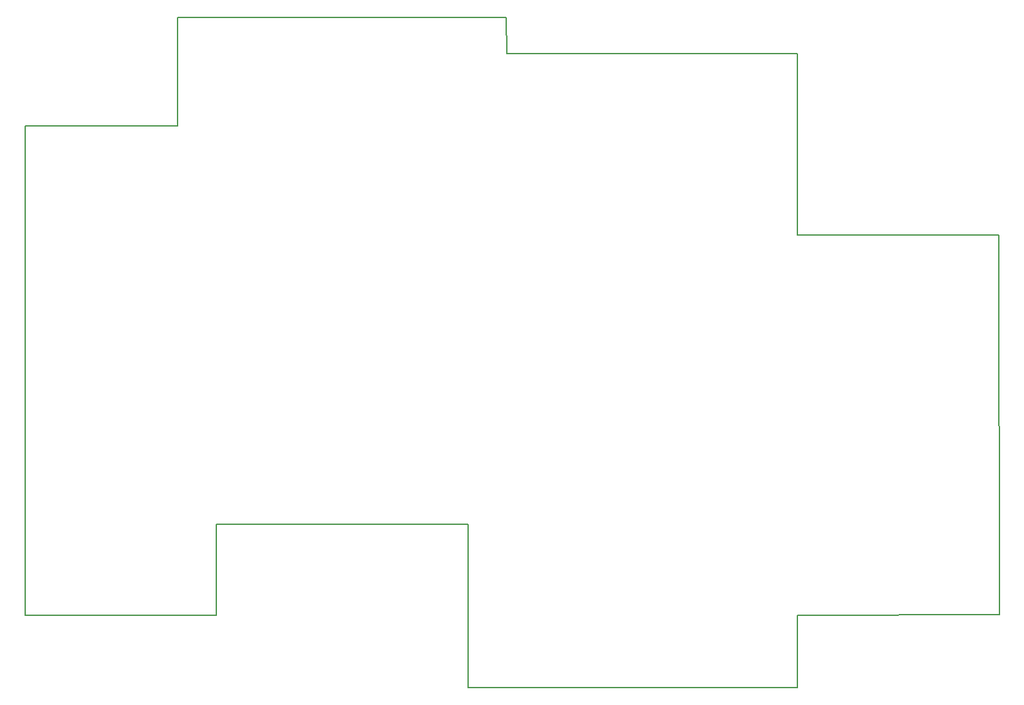
<source format=gbr>
G04 #@! TF.GenerationSoftware,KiCad,Pcbnew,(5.0.0)*
G04 #@! TF.CreationDate,2019-03-06T00:57:05+08:00*
G04 #@! TF.ProjectId,Shinonome,5368696E6F6E6F6D652E6B696361645F,rev?*
G04 #@! TF.SameCoordinates,Original*
G04 #@! TF.FileFunction,Profile,NP*
%FSLAX46Y46*%
G04 Gerber Fmt 4.6, Leading zero omitted, Abs format (unit mm)*
G04 Created by KiCad (PCBNEW (5.0.0)) date 03/06/19 00:57:05*
%MOMM*%
%LPD*%
G01*
G04 APERTURE LIST*
%ADD10C,0.150000*%
G04 APERTURE END LIST*
D10*
X217500000Y-97170000D02*
X217510000Y-146950000D01*
X191010000Y-97140000D02*
X217500000Y-97170000D01*
X191010000Y-73340000D02*
X191010000Y-97140000D01*
X152910000Y-73340000D02*
X191010000Y-73340000D01*
X152880000Y-68580000D02*
X152910000Y-73340000D01*
X109760000Y-68590000D02*
X152880000Y-68580000D01*
X109750000Y-82860000D02*
X109760000Y-68590000D01*
X89760000Y-82870000D02*
X109750000Y-82860000D01*
X89770000Y-146980000D02*
X89760000Y-82870000D01*
X114810000Y-146970000D02*
X89770000Y-146980000D01*
X114810000Y-135070000D02*
X114810000Y-146970000D01*
X147840000Y-135090000D02*
X114810000Y-135070000D01*
X147870000Y-156490000D02*
X147840000Y-135090000D01*
X191020000Y-156500000D02*
X147870000Y-156490000D01*
X191020000Y-146980000D02*
X191020000Y-156500000D01*
X217500000Y-146960000D02*
X191020000Y-146980000D01*
M02*

</source>
